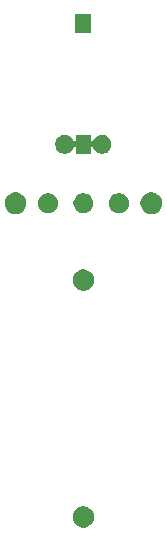
<source format=gbr>
G04 #@! TF.GenerationSoftware,KiCad,Pcbnew,5.0.2-5.fc29*
G04 #@! TF.CreationDate,2019-09-28T03:24:05+07:00*
G04 #@! TF.ProjectId,VibrateInsectBoard,56696272-6174-4654-996e-73656374426f,rev?*
G04 #@! TF.SameCoordinates,Original*
G04 #@! TF.FileFunction,Soldermask,Bot*
G04 #@! TF.FilePolarity,Negative*
%FSLAX45Y45*%
G04 Gerber Fmt 4.5, Leading zero omitted, Abs format (unit mm)*
G04 Created by KiCad (PCBNEW 5.0.2-5.fc29) date Sat 28 Sep 2019 03:24:05 AM +07*
%MOMM*%
%LPD*%
G01*
G04 APERTURE LIST*
%ADD10C,0.100000*%
G04 APERTURE END LIST*
D10*
G36*
X16526281Y-11368362D02*
X16542678Y-11375154D01*
X16557435Y-11385015D01*
X16569985Y-11397565D01*
X16579846Y-11412322D01*
X16586638Y-11428719D01*
X16590100Y-11446126D01*
X16590100Y-11463874D01*
X16586638Y-11481281D01*
X16579846Y-11497678D01*
X16569985Y-11512435D01*
X16557435Y-11524985D01*
X16542678Y-11534846D01*
X16526281Y-11541638D01*
X16508874Y-11545100D01*
X16491126Y-11545100D01*
X16473719Y-11541638D01*
X16457322Y-11534846D01*
X16442565Y-11524985D01*
X16430015Y-11512435D01*
X16420154Y-11497678D01*
X16413362Y-11481281D01*
X16409900Y-11463874D01*
X16409900Y-11446126D01*
X16413362Y-11428719D01*
X16420154Y-11412322D01*
X16430015Y-11397565D01*
X16442565Y-11385015D01*
X16457322Y-11375154D01*
X16473719Y-11368362D01*
X16491126Y-11364900D01*
X16508874Y-11364900D01*
X16526281Y-11368362D01*
X16526281Y-11368362D01*
G37*
G36*
X16526281Y-9363362D02*
X16542678Y-9370154D01*
X16557435Y-9380015D01*
X16569985Y-9392565D01*
X16579846Y-9407322D01*
X16586638Y-9423719D01*
X16590100Y-9441126D01*
X16590100Y-9458874D01*
X16586638Y-9476281D01*
X16579846Y-9492678D01*
X16569985Y-9507435D01*
X16557435Y-9519985D01*
X16542678Y-9529846D01*
X16526281Y-9536638D01*
X16508874Y-9540100D01*
X16491126Y-9540100D01*
X16473719Y-9536638D01*
X16457322Y-9529846D01*
X16442565Y-9519985D01*
X16430015Y-9507435D01*
X16420154Y-9492678D01*
X16413362Y-9476281D01*
X16409900Y-9458874D01*
X16409900Y-9441126D01*
X16413362Y-9423719D01*
X16420154Y-9407322D01*
X16430015Y-9392565D01*
X16442565Y-9380015D01*
X16457322Y-9370154D01*
X16473719Y-9363362D01*
X16491126Y-9359900D01*
X16508874Y-9359900D01*
X16526281Y-9363362D01*
X16526281Y-9363362D01*
G37*
G36*
X15952010Y-8710959D02*
X15968863Y-8717939D01*
X15984029Y-8728073D01*
X15996927Y-8740971D01*
X16007061Y-8756137D01*
X16014041Y-8772990D01*
X16017600Y-8790880D01*
X16017600Y-8809120D01*
X16014041Y-8827010D01*
X16007061Y-8843863D01*
X15996927Y-8859029D01*
X15984029Y-8871927D01*
X15968863Y-8882061D01*
X15952010Y-8889042D01*
X15934120Y-8892600D01*
X15915880Y-8892600D01*
X15897990Y-8889042D01*
X15881137Y-8882061D01*
X15865971Y-8871927D01*
X15853073Y-8859029D01*
X15842939Y-8843863D01*
X15835958Y-8827010D01*
X15832400Y-8809120D01*
X15832400Y-8790880D01*
X15835958Y-8772990D01*
X15842939Y-8756137D01*
X15853073Y-8740971D01*
X15865971Y-8728073D01*
X15881137Y-8717939D01*
X15897990Y-8710959D01*
X15915880Y-8707400D01*
X15934120Y-8707400D01*
X15952010Y-8710959D01*
X15952010Y-8710959D01*
G37*
G36*
X17102010Y-8710959D02*
X17118863Y-8717939D01*
X17134029Y-8728073D01*
X17146927Y-8740971D01*
X17157061Y-8756137D01*
X17164042Y-8772990D01*
X17167600Y-8790880D01*
X17167600Y-8809120D01*
X17164042Y-8827010D01*
X17157061Y-8843863D01*
X17146927Y-8859029D01*
X17134029Y-8871927D01*
X17118863Y-8882061D01*
X17102010Y-8889042D01*
X17084120Y-8892600D01*
X17065880Y-8892600D01*
X17047990Y-8889042D01*
X17031137Y-8882061D01*
X17015971Y-8871927D01*
X17003073Y-8859029D01*
X16992939Y-8843863D01*
X16985959Y-8827010D01*
X16982400Y-8809120D01*
X16982400Y-8790880D01*
X16985959Y-8772990D01*
X16992939Y-8756137D01*
X17003073Y-8740971D01*
X17015971Y-8728073D01*
X17031137Y-8717939D01*
X17047990Y-8710959D01*
X17065880Y-8707400D01*
X17084120Y-8707400D01*
X17102010Y-8710959D01*
X17102010Y-8710959D01*
G37*
G36*
X16224823Y-8718170D02*
X16240310Y-8724585D01*
X16254248Y-8733899D01*
X16266101Y-8745752D01*
X16275415Y-8759690D01*
X16281830Y-8775177D01*
X16285100Y-8791618D01*
X16285100Y-8808382D01*
X16281830Y-8824823D01*
X16275415Y-8840310D01*
X16266101Y-8854248D01*
X16254248Y-8866102D01*
X16240310Y-8875415D01*
X16224823Y-8881830D01*
X16208382Y-8885100D01*
X16191618Y-8885100D01*
X16175177Y-8881830D01*
X16159690Y-8875415D01*
X16145752Y-8866102D01*
X16133898Y-8854248D01*
X16124585Y-8840310D01*
X16118170Y-8824823D01*
X16114900Y-8808382D01*
X16114900Y-8791618D01*
X16118170Y-8775177D01*
X16124585Y-8759690D01*
X16133898Y-8745752D01*
X16145752Y-8733899D01*
X16159690Y-8724585D01*
X16175177Y-8718170D01*
X16191618Y-8714900D01*
X16208382Y-8714900D01*
X16224823Y-8718170D01*
X16224823Y-8718170D01*
G37*
G36*
X16524823Y-8718170D02*
X16540310Y-8724585D01*
X16554248Y-8733899D01*
X16566101Y-8745752D01*
X16575415Y-8759690D01*
X16581830Y-8775177D01*
X16585100Y-8791618D01*
X16585100Y-8808382D01*
X16581830Y-8824823D01*
X16575415Y-8840310D01*
X16566101Y-8854248D01*
X16554248Y-8866102D01*
X16540310Y-8875415D01*
X16524823Y-8881830D01*
X16508382Y-8885100D01*
X16491618Y-8885100D01*
X16475177Y-8881830D01*
X16459690Y-8875415D01*
X16445752Y-8866102D01*
X16433898Y-8854248D01*
X16424585Y-8840310D01*
X16418170Y-8824823D01*
X16414900Y-8808382D01*
X16414900Y-8791618D01*
X16418170Y-8775177D01*
X16424585Y-8759690D01*
X16433898Y-8745752D01*
X16445752Y-8733899D01*
X16459690Y-8724585D01*
X16475177Y-8718170D01*
X16491618Y-8714900D01*
X16508382Y-8714900D01*
X16524823Y-8718170D01*
X16524823Y-8718170D01*
G37*
G36*
X16824823Y-8718170D02*
X16840310Y-8724585D01*
X16854248Y-8733899D01*
X16866102Y-8745752D01*
X16875415Y-8759690D01*
X16881830Y-8775177D01*
X16885100Y-8791618D01*
X16885100Y-8808382D01*
X16881830Y-8824823D01*
X16875415Y-8840310D01*
X16866102Y-8854248D01*
X16854248Y-8866102D01*
X16840310Y-8875415D01*
X16824823Y-8881830D01*
X16808382Y-8885100D01*
X16791618Y-8885100D01*
X16775177Y-8881830D01*
X16759690Y-8875415D01*
X16745752Y-8866102D01*
X16733898Y-8854248D01*
X16724585Y-8840310D01*
X16718170Y-8824823D01*
X16714900Y-8808382D01*
X16714900Y-8791618D01*
X16718170Y-8775177D01*
X16724585Y-8759690D01*
X16733898Y-8745752D01*
X16745752Y-8733899D01*
X16759690Y-8724585D01*
X16775177Y-8718170D01*
X16791618Y-8714900D01*
X16808382Y-8714900D01*
X16824823Y-8718170D01*
X16824823Y-8718170D01*
G37*
G36*
X16365864Y-8222978D02*
X16380441Y-8229016D01*
X16393561Y-8237782D01*
X16404718Y-8248939D01*
X16413484Y-8262058D01*
X16415851Y-8267775D01*
X16417007Y-8269936D01*
X16418561Y-8271830D01*
X16420455Y-8273384D01*
X16422616Y-8274540D01*
X16424961Y-8275251D01*
X16427400Y-8275491D01*
X16429839Y-8275251D01*
X16432183Y-8274540D01*
X16434345Y-8273384D01*
X16436239Y-8271830D01*
X16437793Y-8269936D01*
X16438948Y-8267775D01*
X16439660Y-8265430D01*
X16439900Y-8262991D01*
X16439900Y-8219900D01*
X16560100Y-8219900D01*
X16560100Y-8262991D01*
X16560340Y-8265430D01*
X16561051Y-8267775D01*
X16562207Y-8269936D01*
X16563761Y-8271830D01*
X16565655Y-8273384D01*
X16567816Y-8274540D01*
X16570161Y-8275251D01*
X16572600Y-8275491D01*
X16575039Y-8275251D01*
X16577383Y-8274540D01*
X16579545Y-8273384D01*
X16581439Y-8271830D01*
X16582993Y-8269936D01*
X16584148Y-8267775D01*
X16586516Y-8262058D01*
X16595282Y-8248939D01*
X16606439Y-8237782D01*
X16619558Y-8229016D01*
X16634136Y-8222978D01*
X16649611Y-8219900D01*
X16665389Y-8219900D01*
X16680864Y-8222978D01*
X16695441Y-8229016D01*
X16708561Y-8237782D01*
X16719718Y-8248939D01*
X16728484Y-8262058D01*
X16734522Y-8276636D01*
X16737600Y-8292111D01*
X16737600Y-8307889D01*
X16734522Y-8323364D01*
X16728484Y-8337941D01*
X16719718Y-8351061D01*
X16708561Y-8362218D01*
X16695441Y-8370984D01*
X16680864Y-8377022D01*
X16665389Y-8380100D01*
X16649611Y-8380100D01*
X16634136Y-8377022D01*
X16619558Y-8370984D01*
X16606439Y-8362218D01*
X16595282Y-8351061D01*
X16586516Y-8337941D01*
X16584148Y-8332225D01*
X16582993Y-8330064D01*
X16581439Y-8328170D01*
X16579545Y-8326615D01*
X16577383Y-8325460D01*
X16575039Y-8324749D01*
X16572600Y-8324509D01*
X16570161Y-8324749D01*
X16567816Y-8325460D01*
X16565655Y-8326615D01*
X16563761Y-8328170D01*
X16562207Y-8330064D01*
X16561051Y-8332225D01*
X16560340Y-8334570D01*
X16560100Y-8337009D01*
X16560100Y-8380100D01*
X16439900Y-8380100D01*
X16439900Y-8337009D01*
X16439660Y-8334570D01*
X16438948Y-8332225D01*
X16437793Y-8330064D01*
X16436239Y-8328170D01*
X16434345Y-8326615D01*
X16432183Y-8325460D01*
X16429839Y-8324749D01*
X16427400Y-8324509D01*
X16424961Y-8324749D01*
X16422616Y-8325460D01*
X16420455Y-8326615D01*
X16418561Y-8328170D01*
X16417007Y-8330064D01*
X16415851Y-8332225D01*
X16413484Y-8337941D01*
X16404718Y-8351061D01*
X16393561Y-8362218D01*
X16380441Y-8370984D01*
X16365864Y-8377022D01*
X16350389Y-8380100D01*
X16334611Y-8380100D01*
X16319136Y-8377022D01*
X16304558Y-8370984D01*
X16291439Y-8362218D01*
X16280282Y-8351061D01*
X16271516Y-8337941D01*
X16265478Y-8323364D01*
X16262400Y-8307889D01*
X16262400Y-8292111D01*
X16265478Y-8276636D01*
X16271516Y-8262058D01*
X16280282Y-8248939D01*
X16291439Y-8237782D01*
X16304558Y-8229016D01*
X16319136Y-8222978D01*
X16334611Y-8219900D01*
X16350389Y-8219900D01*
X16365864Y-8222978D01*
X16365864Y-8222978D01*
G37*
G36*
X16567600Y-7355100D02*
X16432400Y-7355100D01*
X16432400Y-7194900D01*
X16567600Y-7194900D01*
X16567600Y-7355100D01*
X16567600Y-7355100D01*
G37*
M02*

</source>
